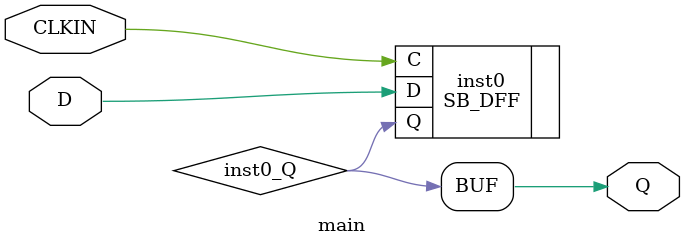
<source format=v>
module main (input  D, output  Q, input  CLKIN);
wire  inst0_Q;
SB_DFF inst0 (.C(CLKIN), .D(D), .Q(inst0_Q));
assign Q = inst0_Q;
endmodule


</source>
